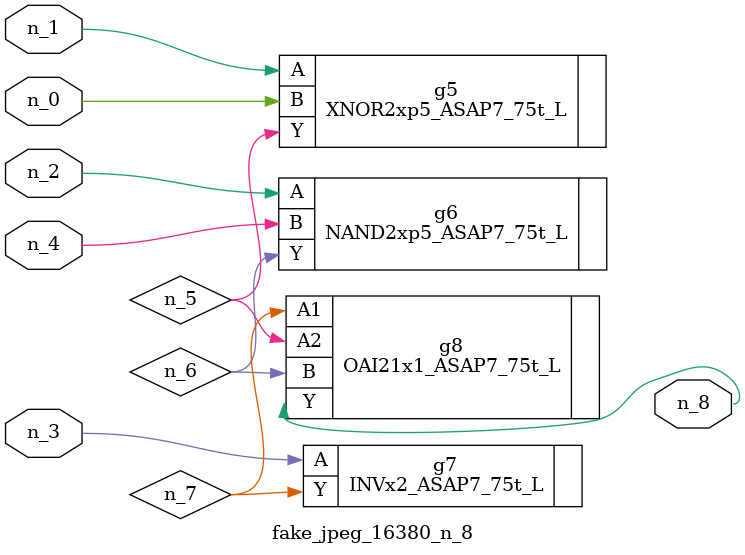
<source format=v>
module fake_jpeg_16380_n_8 (n_3, n_2, n_1, n_0, n_4, n_8);

input n_3;
input n_2;
input n_1;
input n_0;
input n_4;

output n_8;

wire n_6;
wire n_5;
wire n_7;

XNOR2xp5_ASAP7_75t_L g5 ( 
.A(n_1),
.B(n_0),
.Y(n_5)
);

NAND2xp5_ASAP7_75t_L g6 ( 
.A(n_2),
.B(n_4),
.Y(n_6)
);

INVx2_ASAP7_75t_L g7 ( 
.A(n_3),
.Y(n_7)
);

OAI21x1_ASAP7_75t_L g8 ( 
.A1(n_7),
.A2(n_5),
.B(n_6),
.Y(n_8)
);


endmodule
</source>
